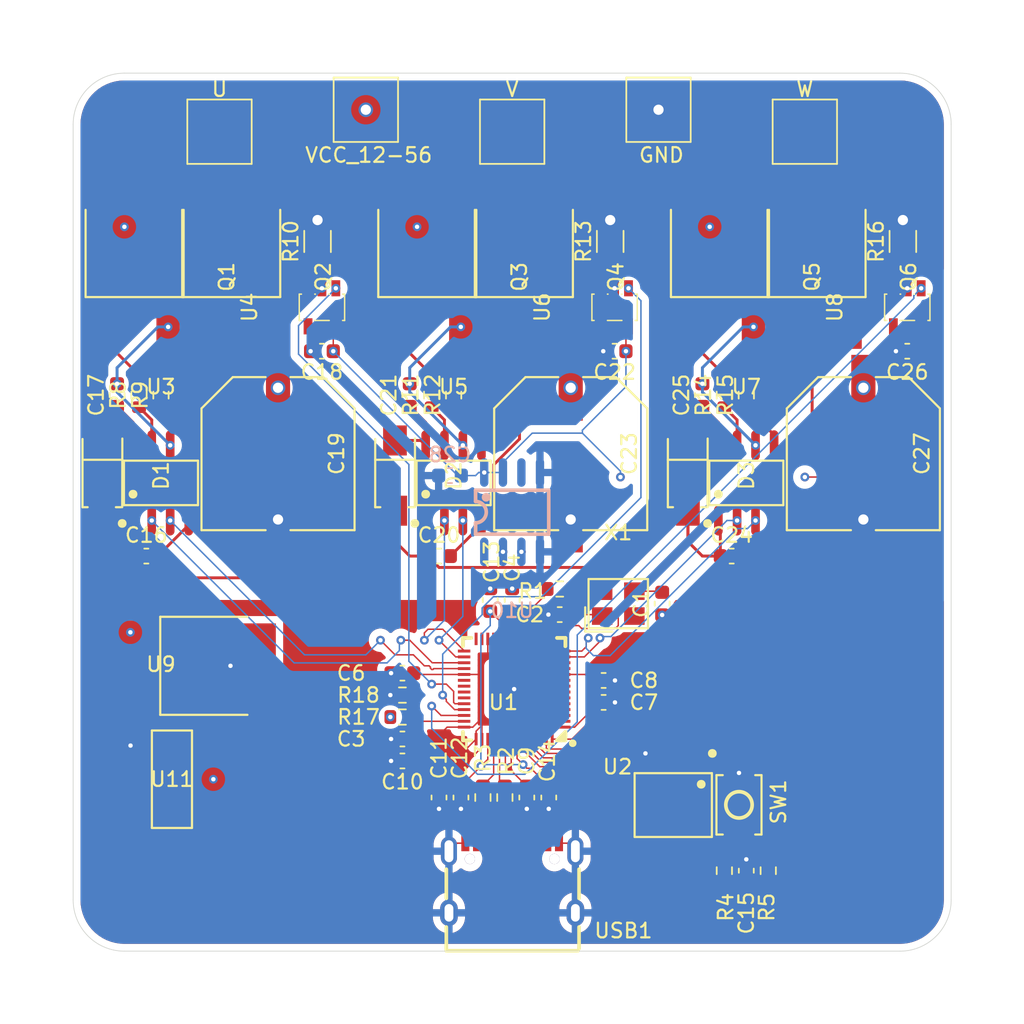
<source format=kicad_pcb>
(kicad_pcb (version 20241229) (generator "pcbnew") (generator_version "9.0")
  (layers (0 "F.Cu" signal) (4 "In1.Cu" power) (6 "In2.Cu" power) (2 "B.Cu" signal) (13 "F.Paste" user) (15 "B.Paste" user) (5 "F.SilkS" user "F.Silkscreen") (7 "B.SilkS" user "B.Silkscreen") (1 "F.Mask" user) (3 "B.Mask" user) (25 "Edge.Cuts" user))
  (net 0 "")
  (net 1 "GND")
  (net 2 "/rp2040/XIN")
  (net 3 "Net-(X1-OSC1)")
  (net 4 "+3V3")
  (net 5 "Net-(U2-VCC)")
  (net 6 "/rp2040/XOUT")
  (net 7 "Net-(USB1-DP1)")
  (net 8 "/rp2040/DP")
  (net 9 "/rp2040/DN")
  (net 10 "Net-(USB1-DN1)")
  (net 11 "Net-(R4-Pad2)")
  (net 14 "/rp2040/GPIO9")
  (net 15 "/rp2040/GPIO6")
  (net 16 "/rp2040/QSPI_SD2")
  (net 17 "/rp2040/QSPI_SCLK")
  (net 18 "/rp2040/QSPI_SD0")
  (net 19 "/rp2040/QSPI_SS")
  (net 20 "/rp2040/GPIO24")
  (net 21 "/rp2040/GPIO8")
  (net 22 "/rp2040/GPIO22")
  (net 23 "/rp2040/GPIO16")
  (net 24 "/rp2040/GPIO23")
  (net 26 "/rp2040/QSPI_SD3")
  (net 27 "/rp2040/GPIO25")
  (net 28 "/rp2040/GPIO14")
  (net 29 "/rp2040/GPIO15")
  (net 30 "/rp2040/GPIO12")
  (net 31 "/rp2040/QSPI_SD1")
  (net 32 "/rp2040/GPIO13")
  (net 33 "/rp2040/GPIO7")
  (net 34 "/rp2040/GPIO17")
  (net 42 "/rp2040/1.1V")
  (net 43 "Net-(Q2-S)")
  (net 44 "+12V")
  (net 45 "Net-(D1-C)")
  (net 46 "Net-(Q1-S)")
  (net 47 "VCC")
  (net 48 "Net-(Q4-S)")
  (net 49 "Net-(Q3-S)")
  (net 50 "Net-(D2-C)")
  (net 51 "Net-(Q6-S)")
  (net 52 "Net-(D3-C)")
  (net 53 "Net-(Q5-S)")
  (net 54 "Net-(Q1-G)")
  (net 55 "Net-(Q2-G)")
  (net 56 "Net-(Q3-G)")
  (net 57 "Net-(Q4-G)")
  (net 58 "Net-(Q5-G)")
  (net 59 "Net-(Q6-G)")
  (net 60 "Net-(U3-HO)")
  (net 61 "Net-(U3-LO)")
  (net 62 "Net-(U5-HO)")
  (net 63 "Net-(U5-LO)")
  (net 64 "Net-(U7-HO)")
  (net 65 "Net-(U7-LO)")
  (net 66 "/<NO NET>")
  (net 67 "/phasedriver U/LINN")
  (net 68 "/phasedriver V/AOUT")
  (net 69 "/phasedriver V/LINN")
  (net 70 "/phasedriver V/HIN")
  (net 71 "/phasedriver U/AOUT")
  (net 72 "/phasedriver U/HIN")
  (net 73 "/phasedriver W/AOUT")
  (net 74 "/phasedriver W/LINN")
  (net 75 "/phasedriver W/HIN")
  (net 76 "/rp2040/GPIO0")
  (net 77 "/rp2040/GPIO1")
  (net 78 "/rp2040/GPIO2")
  (net 79 "/rp2040/GPIO3")
  (net 80 "/rp2040/GPIO5")
  (net 81 "/rp2040/GPIO4")
  (net 82 "unconnected-(U10-SCL-Pad7)")
  (net 85 "unconnected-(U10-SDA-Pad6)")
  (footprint "easyeda2kicad:CAP-SMD_BD10.0-L10.3-W10.3-FD" (layer "F.Cu") (at 164 96 -90)
    (property "Reference" "C19")
    (property "Value" "RVT1J221M1010")
  )
  (footprint "easyeda2kicad:SOT-23-5_L3.0-W1.7-P0.95-LS2.8-BR" (layer "F.Cu") (at 187 86 90)
    (property "Reference" "U6")
    (property "Value" "INA180A3IDBVR")
  )
  (footprint "easyeda2kicad:SOT-23-5_L3.0-W1.7-P0.95-LS2.8-BR" (layer "F.Cu") (at 167 86 90)
    (property "Reference" "U4")
    (property "Value" "INA180A3IDBVR")
  )
  (footprint "Capacitor_SMD:C_0603_1608Metric" (layer "F.Cu") (at 186.25 111.5)
    (property "Reference" "C8")
    (property "Value" "100n")
  )
  (footprint "easyeda2kicad:TO-252-2_L6.6-W6.1-P4.57-LS9.9-BR-CW" (layer "F.Cu") (at 154.2 83.92 -90)
    (property "Reference" "Q1")
    (property "Value" "30N06_C5807887")
  )
  (footprint "TestPoint:TestPoint_Pad_4.0x4.0mm" (layer "F.Cu") (at 190 72.5)
    (property "Reference" "GND")
    (property "Value" "TestPoint")
  )
  (footprint "Resistor_SMD:R_1206_3216Metric" (layer "F.Cu") (at 186.7 81.5 90)
    (property "Reference" "R13")
    (property "Value" "1m")
  )
  (footprint "Capacitor_SMD:C_0603_1608Metric" (layer "F.Cu") (at 207 89 180)
    (property "Reference" "C26")
    (property "Value" "100n")
  )
  (footprint "easyeda2kicad:CAP-SMD_BD10.0-L10.3-W10.3-FD" (layer "F.Cu") (at 204 96 -90)
    (property "Reference" "C27")
    (property "Value" "RVT1J221M1010")
  )
  (footprint "Resistor_SMD:R_0603_1608Metric" (layer "F.Cu") (at 176 92 90)
    (property "Reference" "R12")
    (property "Value" "27R")
  )
  (footprint "Capacitor_SMD:C_0603_1608Metric" (layer "F.Cu") (at 173 92 90)
    (property "Reference" "C21")
    (property "Value" "100n")
  )
  (footprint "Capacitor_SMD:C_0603_1608Metric" (layer "F.Cu") (at 195 103)
    (property "Reference" "C24")
    (property "Value" "100n")
  )
  (footprint "Capacitor_SMD:C_0603_1608Metric" (layer "F.Cu") (at 172.5 115.5 180)
    (property "Reference" "C3")
    (property "Value" "100n")
  )
  (footprint "Resistor_SMD:R_0603_1608Metric" (layer "F.Cu") (at 196 92 90)
    (property "Reference" "R15")
    (property "Value" "27R")
  )
  (footprint "easyeda2kicad:SMA_L4.3-W2.6-LS5.0-RD" (layer "F.Cu") (at 192 97.5 -90)
    (property "Reference" "D3")
    (property "Value" "SS14_C2837270")
  )
  (footprint "easyeda2kicad:SW-SMD_L3.9-W3.0-P4.45" (layer "F.Cu") (at 195.5 120 -90)
    (property "Reference" "SW1")
    (property "Value" "TS-1088-AR02016")
  )
  (footprint "easyeda2kicad:TO-252-2_L6.6-W6.1-P4.57-LS9.9-BR-CW" (layer "F.Cu") (at 157.33 110.5 180)
    (property "Reference" "U9")
    (property "Value" "UMW78M12")
  )
  (footprint "Resistor_SMD:R_0603_1608Metric" (layer "F.Cu") (at 179.5 119.5 -90)
    (property "Reference" "R2")
    (property "Value" "27R")
  )
  (footprint "Capacitor_SMD:C_0603_1608Metric" (layer "F.Cu") (at 155 103)
    (property "Reference" "C16")
    (property "Value" "100n")
  )
  (footprint "TestPoint:TestPoint_Pad_4.0x4.0mm" (layer "F.Cu") (at 170 72.5)
    (property "Reference" "VCC_12-56")
    (property "Value" "TestPoint")
  )
  (footprint "TestPoint:TestPoint_Pad_4.0x4.0mm" (layer "F.Cu") (at 160 74)
    (property "Reference" "U")
    (property "Value" "TestPoint")
  )
  (footprint "Resistor_SMD:R_0603_1608Metric" (layer "F.Cu") (at 197.5 124.5 -90)
    (property "Reference" "R5")
    (property "Value" "10k")
  )
  (footprint "Capacitor_SMD:C_0603_1608Metric" (layer "F.Cu") (at 187 89 180)
    (property "Reference" "C22")
    (property "Value" "100n")
  )
  (footprint "easyeda2kicad:SOIC-8_L4.9-W3.9-P1.27-LS6.0-BL" (layer "F.Cu") (at 196 98)
    (property "Reference" "U7")
    (property "Value" "SLM2003ECA-DG")
  )
  (footprint "easyeda2kicad:TO-252-2_L6.6-W6.1-P4.57-LS9.9-BR-CW" (layer "F.Cu") (at 194.2 83.92 -90)
    (property "Reference" "Q5")
    (property "Value" "30N06_C5807887")
  )
  (footprint "Capacitor_SMD:C_0603_1608Metric" (layer "F.Cu") (at 186.25 113)
    (property "Reference" "C7")
    (property "Value" "100n")
  )
  (footprint "easyeda2kicad:TO-252-2_L6.6-W6.1-P4.57-LS9.9-BR-CW" (layer "F.Cu") (at 200.8 83.92 -90)
    (property "Reference" "Q6")
    (property "Value" "30N06_C5807887")
  )
  (footprint "Resistor_SMD:R_1206_3216Metric" (layer "F.Cu") (at 206.7 81.5 90)
    (property "Reference" "R16")
    (property "Value" "1m")
  )
  (footprint "easyeda2kicad:SOIC-8_L5.3-W5.3-P1.27-LS8.0-BL" (layer "F.Cu") (at 191.008 120.015 180)
    (property "Reference" "U2")
    (property "Value" "W25Q128JVSIQTR")
  )
  (footprint "Resistor_SMD:R_0603_1608Metric" (layer "F.Cu") (at 178 119.5 -90)
    (property "Reference" "R3")
    (property "Value" "27R")
  )
  (footprint "easyeda2kicad:TO-252-2_L6.6-W6.1-P4.57-LS9.9-BR-CW" (layer "F.Cu") (at 160.8 83.92 -90)
    (property "Reference" "Q2")
    (property "Value" "30N06_C5807887")
  )
  (footprint "easyeda2kicad:USB-C-SMD_TYPE-C-6PIN-2MD-073" (layer "F.Cu") (at 180 125)
    (property "Reference" "USB1")
    (property "Value" "TYPE-C 16PIN 2MD(073)")
  )
  (footprint "easyeda2kicad:SOIC-8_L4.9-W3.9-P1.27-LS6.0-BL" (layer "F.Cu") (at 176 98)
    (property "Reference" "U5")
    (property "Value" "SLM2003ECA-DG")
  )
  (footprint "Capacitor_SMD:C_0603_1608Metric" (layer "F.Cu") (at 196 124.5 90)
    (property "Reference" "C15")
    (property "Value" "100n")
  )
  (footprint "easyeda2kicad:CRYSTAL-SMD_4P-L3.2-W2.5-BL" (layer "F.Cu") (at 187.25 106.25)
    (property "Reference" "X1")
    (property "Value" "X322512MSB4SI")
  )
  (footprint "Capacitor_SMD:C_0603_1608Metric" (layer "F.Cu") (at 193 92 90)
    (property "Reference" "C25")
    (property "Value" "100n")
  )
  (footprint "TestPoint:TestPoint_Pad_4.0x4.0mm" (layer "F.Cu") (at 180 74)
    (property "Reference" "V")
    (property "Value" "TestPoint")
  )
  (footprint "TestPoint:TestPoint_Pad_4.0x4.0mm" (layer "F.Cu") (at 200 74)
    (property "Reference" "W")
    (property "Value" "TestPoint")
  )
  (footprint "Capacitor_SMD:C_0603_1608Metric" (layer "F.Cu") (at 178.5 106 90)
    (property "Reference" "C13")
    (property "Value" "100n")
  )
  (footprint "easyeda2kicad:TO-252-2_L6.6-W6.1-P4.57-LS9.9-BR-CW" (layer "F.Cu") (at 174.2 83.92 -90)
    (property "Reference" "Q3")
    (property "Value" "30N06_C5807887")
  )
  (footprint "Resistor_SMD:R_0603_1608Metric" (layer "F.Cu") (at 174.5 92 90)
    (property "Reference" "R11")
    (property "Value" "27R")
  )
  (footprint "easyeda2kicad:SOT-23-5_L3.0-W1.7-P0.95-LS2.8-BR" (layer "F.Cu") (at 207 86 90)
    (property "Reference" "U8")
    (property "Value" "INA180A3IDBVR")
  )
  (footprint "Resistor_SMD:R_0603_1608Metric" (layer "F.Cu") (at 156 92 90)
    (property "Reference" "R9")
    (property "Value" "27R")
  )
  (footprint "Resistor_SMD:R_0603_1608Metric" (layer "F.Cu") (at 194.5 92 90)
    (property "Reference" "R14")
    (property "Value" "27R")
  )
  (footprint "easyeda2kicad:SOIC-8_L4.9-W3.9-P1.27-LS6.0-BL" (layer "F.Cu") (at 156 98)
    (property "Reference" "U3")
    (property "Value" "SLM2003ECA-DG")
  )
  (footprint "Capacitor_SMD:C_0603_1608Metric" (layer "F.Cu") (at 180 106 90)
    (property "Reference" "C4")
    (property "Value" "100n")
  )
  (footprint "easyeda2kicad:CAP-SMD_BD10.0-L10.3-W10.3-FD" (layer "F.Cu") (at 184 96 -90)
    (property "Reference" "C23")
    (property "Value" "RVT1J221M1010")
  )
  (footprint "Capacitor_SMD:C_0603_1608Metric" (layer "F.Cu") (at 175 119.5 -90)
    (property "Reference" "C11")
    (property "Value" "1u")
  )
  (footprint "Capacitor_SMD:C_0603_1608Metric" (layer "F.Cu") (at 182.5 119.5 -90)
    (property "Reference" "C14")
    (property "Value" "100n")
  )
  (footprint "easyeda2kicad:TO-252-2_L6.6-W6.1-P4.57-LS9.9-BR-CW" (layer "F.Cu") (at 180.8 83.92 -90)
    (property "Reference" "Q4")
    (property "Value" "30N06_C5807887")
  )
  (footprint "easyeda2kicad:SMA_L4.3-W2.6-LS5.0-RD" (layer "F.Cu") (at 172 97.5 -90)
    (property "Reference" "D2")
    (property "Value" "SS14_C2837270")
  )
  (footprint "easyeda2kicad:LQFN-56_L7.0-W7.0-P0.4-EP" (layer "F.Cu") (at 180.135 112.091 180)
    (property "Reference" "U1")
    (property "Value" "RP2040")
  )
  (footprint "Resistor_SMD:R_0603_1608Metric" (layer "F.Cu") (at 172.5 112.5 180)
    (property "Reference" "R18")
    (property "Value" "1k")
  )
  (footprint "Resistor_SMD:R_0603_1608Metric" (layer "F.Cu") (at 154.5 92 90)
    (property "Reference" "R8")
    (property "Value" "27R")
  )
  (footprint "Capacitor_SMD:C_0603_1608Metric" (layer "F.Cu") (at 183.25 107)
    (property "Reference" "C2")
    (property "Value" "30p")
  )
  (footprint "Capacitor_SMD:C_0603_1608Metric" (layer "F.Cu") (at 175 103)
    (property "Reference" "C20")
    (property "Value" "100n")
  )
  (footprint "Capacitor_SMD:C_0603_1608Metric" (layer "F.Cu") (at 167 89 180)
    (property "Reference" "C18")
    (property "Value" "100n")
  )
  (footprint "Resistor_SMD:R_0603_1608Metric" (layer "F.Cu") (at 183.25 105.25 180)
    (property "Reference" "R1")
    (property "Value" "1k")
  )
  (footprint "easyeda2kicad:SOT-223-4_L6.5-W3.5-P2.30-LS7.0-BR" (layer "F.Cu") (at 156.75 118.25 180)
    (property "Reference" "U11")
    (property "Value" "AMS1117-3.3_C347222")
  )
  (footprint "Capacitor_SMD:C_0603_1608Metric" (layer "F.Cu") (at 181 119.5 -90)
    (property "Reference" "C9")
    (property "Value" "100n")
  )
  (footprint "easyeda2kicad:SMA_L4.3-W2.6-LS5.0-RD" (layer "F.Cu") (at 152 97.5 -90)
    (property "Reference" "D1")
    (property "Value" "SS14_C2837270")
  )
  (footprint "Resistor_SMD:R_1206_3216Metric" (layer "F.Cu") (at 166.7 81.5 90)
    (property "Reference" "R10")
    (property "Value" "1m")
  )
  (footprint "Capacitor_SMD:C_0603_1608Metric" (layer "F.Cu") (at 153 92 90)
    (property "Reference" "C17")
    (property "Value" "100n")
  )
  (footprint "Capacitor_SMD:C_0603_1608Metric" (layer "F.Cu") (at 176.5 119.5 -90)
    (property "Reference" "C12")
    (property "Value" "1u")
  )
  (footprint "Capacitor_SMD:C_0603_1608Metric" (layer "F.Cu") (at 172.5 117 180)
    (property "Reference" "C10")
    (property "Value" "100n")
  )
  (footprint "Resistor_SMD:R_0603_1608Metric" (layer "F.Cu") (at 194.5 124.5 90)
    (property "Reference" "R4")
    (property "Value" "1k")
  )
  (footprint "Capacitor_SMD:C_0603_1608Metric" (layer "F.Cu") (at 190.25 106.25 90)
    (property "Reference" "C1")
    (property "Value" "30p")
  )
  (footprint "Capacitor_SMD:C_0603_1608Metric" (layer "F.Cu") (at 172.5 111 180)
    (property "Reference" "C6")
    (property "Value" "100n")
  )
  (footprint "Resistor_SMD:R_0603_1608Metric" (layer "F.Cu") (at 172.5 114)
    (property "Reference" "R17")
    (property "Value" "20k")
  )
  (footprint "easyeda2kicad:SOIC-8_L5.0-W4.0-P1.27-LS6.0-BL" (layer "B.Cu") (at 180 100)
    (property "Reference" "U10")
    (property "Value" "AS5600-ASOT")
  )
  (footprint "Capacitor_SMD:C_0603_1608Metric" (layer "B.Cu") (at 175.75 97.5 180)
    (property "Reference" "C28")
    (property "Value" "100n")
  )
  (gr_line (start 150 126.5) (end 150 73.5) (stroke (width 0.05)) (layer "Edge.Cuts"))
  (gr_arc (start 206.5 70) (mid 208.974874 71.025126) (end 210 73.5) (stroke (width 0.05)) (layer "Edge.Cuts"))
  (gr_arc (start 153.5 130) (mid 151.025126 128.974874) (end 150 126.5) (stroke (width 0.05)) (layer "Edge.Cuts"))
  (gr_line (start 210 73.5) (end 210 126.5) (stroke (width 0.05)) (layer "Edge.Cuts"))
  (gr_line (start 206.5 70) (end 153.5 70) (stroke (width 0.05)) (layer "Edge.Cuts"))
  (gr_line (start 206.5 130) (end 153.5 130) (stroke (width 0.05)) (layer "Edge.Cuts"))
  (gr_arc (start 150 73.5) (mid 151.025126 71.025126) (end 153.5 70) (stroke (width 0.05)) (layer "Edge.Cuts"))
  (gr_arc (start 210 126.5) (mid 208.974874 128.974874) (end 206.5 130) (stroke (width 0.05)) (layer "Edge.Cuts"))
  (segment (start 166.05 88.6) (end 166.05 87.3) (width 0.1) (layer "F.Cu") (net 1))
  (segment (start 206.05 88.6) (end 206.05 87.3) (width 0.1) (layer "F.Cu") (net 1))
  (segment (start 206.225 89) (end 206.225 88.775) (width 0.1) (layer "F.Cu") (net 1))
  (segment (start 206.225 88.775) (end 206.05 88.6) (width 0.1) (layer "F.Cu") (net 1))
  (segment (start 186.05 88.6) (end 186.05 87.3) (width 0.1) (layer "F.Cu") (net 1))
  (segment (start 186.225 89) (end 186.225 88.775) (width 0.1) (layer "F.Cu") (net 1))
  (segment (start 183.2 122.62) (end 183.77 122.62) (width 0.1) (layer "F.Cu") (net 1))
  (segment (start 176.8 122.62) (end 176.23 122.62) (width 0.1) (layer "F.Cu") (net 1))
  (segment (start 181.135 108.661) (end 181.135 111.091) (width 0.1) (layer "F.Cu") (net 1))
  (segment (start 181.135 111.091) (end 180.238 111.988) (width 0.1) (layer "F.Cu") (net 1))
  (segment (start 176.23 122.62) (end 175.68 123.17) (width 0.1) (layer "F.Cu") (net 1))
  (segment (start 166.225 88.775) (end 166.05 88.6) (width 0.1) (layer "F.Cu") (net 1))
  (segment (start 166.225 89) (end 166.225 88.775) (width 0.1) (layer "F.Cu") (net 1))
  (segment (start 183.77 122.62) (end 184.32 123.17) (width 0.1) (layer "F.Cu") (net 1))
  (segment (start 180.238 111.988) (end 180.135 112.091) (width 0.1) (layer "F.Cu") (net 1))
  (segment (start 186.225 88.775) (end 186.05 88.6) (width 0.1) (layer "F.Cu") (net 1))
  (via (at 189.108 116.485) (size 0.6) (drill 0.3) (layers "F.Cu" "B.Cu") (net 1))
  (via (at 182.475 107) (size 0.6) (drill 0.3) (layers "F.Cu" "B.Cu") (net 1))
  (via (at 190 72.5) (size 1) (drill 0.7) (layers "F.Cu" "B.Cu") (net 1))
  (via (at 184 100.5) (size 1) (drill 0.7) (layers "F.Cu" "B.Cu") (net 1))
  (via (at 187.025 111.5) (size 0.6) (drill 0.3) (layers "F.Cu" "B.Cu") (net 1))
  (via (at 186.225 89) (size 0.6) (drill 0.3) (layers "F.Cu" "B.Cu") (net 1))
  (via (at 207 84.7) (size 0.6) (drill 0.3) (layers "F.Cu" "B.Cu") (net 1))
  (via (at 195.5 117.82) (size 0.6) (drill 0.3) (layers "F.Cu" "B.Cu") (net 1))
  (via (at 196 123.725) (size 0.6) (drill 0.3) (layers "F.Cu" "B.Cu") (net 1))
  (via (at 204 100.5) (size 1) (drill 0.7) (layers "F.Cu" "B.Cu") (net 1))
  (via (at 175 120.275) (size 0.6) (drill 0.3) (layers "F.Cu" "B.Cu") (net 1))
  (via (at 167 84.7) (size 0.6) (drill 0.3) (layers "F.Cu" "B.Cu") (net 1))
  (via (at 190.25 107.025) (size 0.6) (drill 0.3) (layers "F.Cu" "B.Cu") (net 1))
  (via (at 171.675 112.5) (size 0.6) (drill 0.3) (layers "F.Cu" "B.Cu") (net 1))
  (via (at 171.725 111) (size 0.6) (drill 0.3) (layers "F.Cu" "B.Cu") (net 1))
  (via (at 171.725 115.5) (size 0.6) (drill 0.3) (layers "F.Cu" "B.Cu") (net 1))
  (via (at 160.75 110.5) (size 0.6) (drill 0.3) (layers "F.Cu" "B.Cu") (net 1))
  (via (at 180 105.225) (size 0.6) (drill 0.3) (layers "F.Cu" "B.Cu") (net 1))
  (via (at 164 100.5) (size 1) (drill 0.7) (layers "F.Cu" "B.Cu") (net 1))
  (via (at 171.725 117) (size 0.6) (drill 0.3) (layers "F.Cu" "B.Cu") (net 1))
  (via (at 186.7 80.0375) (size 1) (drill 0.7) (layers "F.Cu" "B.Cu") (net 1))
  (via (at 182.5 120.275) (size 0.6) (drill 0.3) (layers "F.Cu" "B.Cu") (net 1))
  (via (at 206.7 80.0375) (size 1) (drill 0.7) (layers "F.Cu" "B.Cu") (net 1))
  (via (at 166.225 89) (size 0.6) (drill 0.3) (layers "F.Cu" "B.Cu") (net 1))
  (via (at 206.225 89) (size 0.6) (drill 0.3) (layers "F.Cu" "B.Cu") (net 1))
  (via (at 180.135 112.091) (size 0.6) (drill 0.3) (layers "F.Cu" "B.Cu") (net 1))
  (via (at 181 120.275) (size 0.6) (drill 0.3) (layers "F.Cu" "B.Cu") (net 1))
  (via (at 178.5 105.225) (size 0.6) (drill 0.3) (layers "F.Cu" "B.Cu") (net 1))
  (via (at 166.7 80.0375) (size 1) (drill 0.7) (layers "F.Cu" "B.Cu") (net 1))
  (via (at 187.025 113) (size 0.6) (drill 0.3) (layers "F.Cu" "B.Cu") (net 1))
  (via (at 153.92 115.95) (size 0.6) (drill 0.3) (layers "F.Cu" "B.Cu") (net 1))
  (via (at 176.5 120.275) (size 0.6) (drill 0.3) (layers "F.Cu" "B.Cu") (net 1))
  (via (at 187 84.7) (size 0.6) (drill 0.3) (layers "F.Cu" "B.Cu") (net 1))
  (segment (start 181 107.75) (end 184.551 107.75) (width 0.1) (layer "F.Cu") (net 2))
  (segment (start 184.551 107.75) (end 184.752 107.951) (width 0.1) (layer "F.Cu") (net 2))
  (segment (start 184.752 107.951) (end 186.951 107.951) (width 0.1) (layer "F.Cu") (net 2))
  (segment (start 187.101 107.898) (end 187.25 107.749) (width 0.1) (layer "F.Cu") (net 2))
  (segment (start 188.35 105.4) (end 189.925 105.4) (width 0.1) (layer "F.Cu") (net 2))
  (segment (start 186.951 107.951) (end 187.001 107.901) (width 0.1) (layer "F.Cu") (net 2))
  (segment (start 187.101 107.901) (end 187.101 107.898) (width 0.1) (layer "F.Cu") (net 2))
  (segment (start 180.735 108.661) (end 180.735 108.015) (width 0.1) (layer "F.Cu") (net 2))
  (segment (start 180.735 108.015) (end 181 107.75) (width 0.1) (layer "F.Cu") (net 2))
  (segment (start 187.25 106.5) (end 188.35 105.4) (width 0.1) (layer "F.Cu") (net 2))
  (segment (start 187.25 107.749) (end 187.25 106.5) (width 0.1) (layer "F.Cu") (net 2))
  (segment (start 189.925 105.4) (end 190 105.475) (width 0.1) (layer "F.Cu") (net 2))
  (segment (start 187.001 107.901) (end 187.101 107.901) (width 0.1) (layer "F.Cu") (net 2))
  (segment (start 184.025 107) (end 186.05 107) (width 0.1) (layer "F.Cu") (net 3))
  (segment (start 186.05 107) (end 186.15 107.1) (width 0.1) (layer "F.Cu") (net 3))
  (segment (start 184.075 106.95) (end 184.025 107) (width 0.1) (layer "F.Cu") (net 3))
  (segment (start 184.075 105.25) (end 184.075 106.95) (width 0.1) (layer "F.Cu") (net 3))
  (segment (start 178.335 109.665) (end 178.25 109.75) (width 0.1) (layer "F.Cu") (net 4))
  (segment (start 182.659 111.091) (end 182.5 111.25) (width 0.1) (layer "F.Cu") (net 4))
  (segment (start 184.992 111.091) (end 183.555 111.091) (width 0.1) (layer "F.Cu") (net 4))
  (segment (start 179.935 117.66) (end 179.535 117.26) (width 0.1) (layer "F.Cu") (net 4))
  (segment (start 181 118.725) (end 180.299 119.426) (width 0.1) (layer "F.Cu") (net 4))
  (segment (start 180.299 119.426) (end 175.701 119.426) (width 0.1) (layer "F.Cu") (net 4))
  (segment (start 181 118.725) (end 179.935 117.66) (width 0.1) (layer "F.Cu") (net 4))
  (segment (start 182.263 114.5) (end 182.5 114.263) (width 0.1) (layer "F.Cu") (net 4))
  (segment (start 179.935 108.661) (end 179.935 106.84) (width 0.1) (layer "F.Cu") (net 4))
  (segment (start 182.5 114.263) (end 182.5 114) (width 0.1) (layer "F.Cu") (net 4))
  (segment (start 179.535 117.26) (end 179.535 115.511) (width 0.1) (layer "F.Cu") (net 4))
  (segment (start 175 118.725) (end 175.275 118.725) (width 0.1) (layer "F.Cu") (net 4))
  (segment (start 182.5 111.25) (end 182.5 110) (width 0.1) (layer "F.Cu") (net 4))
  (segment (start 173.275 115.5) (end 174.75 115.5) (width 0.1) (layer "F.Cu") (net 4))
  (segment (start 174.75 115.5) (end 175.559 114.691) (width 0.1) (layer "F.Cu") (net 4))
  (segment (start 180 109.75) (end 180.5 109.75) (width 0.1) (layer "F.Cu") (net 4))
  (segment (start 207.775 87.475) (end 207.95 87.3) (width 0.1) (layer "F.Cu") (net 4))
  (segment (start 177.75 114.25) (end 178 114.5) (width 0.1) (layer "F.Cu") (net 4))
  (segment (start 175.701 119.426) (end 175 118.725) (width 0.1) (layer "F.Cu") (net 4))
  (segment (start 182.5 110) (end 182.25 109.75) (width 0.1) (layer "F.Cu") (net 4))
  (segment (start 167.775 89) (end 167.775 87.475) (width 0.1) (layer "F.Cu") (net 4))
  (segment (start 185.475 113.483) (end 184.267 114.691) (width 0.1) (layer "F.Cu") (net 4))
  (segment (start 200 97.6) (end 204.8 97.6) (width 0.1) (layer "F.Cu") (net 4))
  (segment (start 182.25 109.75) (end 181.75 109.75) (width 0.1) (layer "F.Cu") (net 4))
  (segment (start 179.935 106.84) (end 180 106.775) (width 0.1) (layer "F.Cu") (net 4))
  (segment (start 207.775 94.625) (end 207.775 89) (width 0.1) (layer "F.Cu") (net 4))
  (segment (start 179.935 114.635) (end 179.8 114.5) (width 0.1) (layer "F.Cu") (net 4))
  (segment (start 182.928 114.691) (end 182.5 114.263) (width 0.1) (layer "F.Cu") (net 4))
  (segment (start 207.775 89) (end 207.775 87.475) (width 0.1) (layer "F.Cu") (net 4))
  (segment (start 179.535 114.635) (end 179.4 114.5) (width 0.1) (layer "F.Cu") (net 4))
  (segment (start 187.775 89) (end 187.775 87.475) (width 0.1) (layer "F.Cu") (net 4))
  (segment (start 177.935 115.511) (end 177.935 114.565) (width 0.1) (layer "F.Cu") (net 4))
  (segment (start 187.775 87.475) (end 187.95 87.3) (width 0.1) (layer "F.Cu") (net 4))
  (segment (start 177.75 110) (end 177.75 114.25) (width 0.1) (layer "F.Cu") (net 4))
  (segment (start 179.935 117.66) (end 179.935 115.511) (width 0.1) (layer "F.Cu") (net 4))
  (segment (start 173.366 111.091) (end 176.715 111.091) (width 0.1) (layer "F.Cu") (net 4))
  (segment (start 179.535 115.511) (end 179.535 114.635) (width 0.1) (layer "F.Cu") (net 4))
  (segment (start 185.475 113) (end 185.475 113.483) (width 0.1) (layer "F.Cu") (net 4))
  (segment (start 179.4 114.5) (end 179.8 114.5) (width 0.1) (layer "F.Cu") (net 4))
  (segment (start 177.935 114.565) (end 178 114.5) (width 0.1) (layer "F.Cu") (net 4))
  (segment (start 178 114.5) (end 179.151 114.5) (width 0.1) (layer "F.Cu") (net 4))
  (segment (start 179.935 108.661) (end 179.935 109.685) (width 0.1) (layer "F.Cu") (net 4))
  (segment (start 176.046 117) (end 177.535 115.511) (width 0.1) (layer "F.Cu") (net 4))
  (segment (start 182.5 114) (end 182.5 111.25) (width 0.1) (layer "F.Cu") (net 4))
  (segment (start 176.715 111.091) (end 176.764 111.042) (width 0.1) (layer "F.Cu") (net 4))
  (segment (start 185.661 111.76) (end 184.992 111.091) (width 0.1) (layer "F.Cu") (net 4))
  (segment (start 167.775 87.475) (end 167.95 87.3) (width 0.1) (layer "F.Cu") (net 4))
  (segment (start 179.935 115.511) (end 179.935 114.635) (width 0.1) (layer "F.Cu") (net 4))
  (segment (start 183.555 114.691) (end 182.928 114.691) (width 0.1) (layer "F.Cu") (net 4))
  (segment (start 178.335 108.661) (end 178.335 109.665) (width 0.1) (layer "F.Cu") (net 4))
  (segment (start 177.535 116.465) (end 177.935 116.065) (width 0.1) (layer "F.Cu") (net 4))
  (segment (start 176.715 111.091) (end 177.659 111.091) (width 0.1) (layer "F.Cu") (net 4))
  (segment (start 177.75 111) (end 177.75 110) (width 0.1) (layer "F.Cu") (net 4))
  (segment (start 173.275 111) (end 173.366 111.091) (width 0.1) (layer "F.Cu") (net 4))
  (segment (start 173.275 117) (end 176.046 117) (width 0.1) (layer "F.Cu") (net 4))
  (segment (start 178.25 109.75) (end 180 109.75) (width 0.1) (layer "F.Cu") (net 4))
  (segment (start 175.559 114.691) (end 176.715 114.691) (width 0.1) (layer "F.Cu") (net 4))
  (segment (start 177.309 114.691) (end 177.75 114.25) (width 0.1) (layer "F.Cu") (net 4))
  (segment (start 179.151 114.5) (end 179.4 114.5) (width 0.1) (layer "F.Cu") (net 4))
  (segment (start 177.935 116.065) (end 177.935 115.511) (width 0.1) (layer "F.Cu") (net 4))
  (segment (start 177.659 111.091) (end 177.75 111) (width 0.1) (layer "F.Cu") (net 4))
  (segment (start 177.75 110) (end 178 109.75) (width 0.1) (layer "F.Cu") (net 4))
  (segment (start 179.935 109.685) (end 180 109.75) (width 0.1) (layer "F.Cu") (net 4))
  (segment (start 176.715 114.691) (end 177.309 114.691) (width 0.1) (layer "F.Cu") (net 4))
  (segment (start 177.935 114.565) (end 177.535 114.965) (width 0.1) (layer "F.Cu") (net 4))
  (segment (start 177.535 114.965) (end 177.535 115.511) (width 0.1) (layer "F.Cu") (net 4))
  (segment (start 179.8 114.5) (end 182.263 114.5) (width 0.1) (layer "F.Cu") (net 4))
  (segment (start 178 109.75) (end 178.25 109.75) (width 0.1) (layer "F.Cu") (net 4))
  (segment (start 175.275 118.725) (end 177.535 116.465) (width 0.1) (layer "F.Cu") (net 4))
  (segment (start 184.267 114.691) (end 183.555 114.691) (width 0.1) (layer "F.Cu") (net 4))
  (segment (start 204.8 97.6) (end 207.775 94.625) (width 0.1) (layer "F.Cu") (net 4))
  (segment (start 183.555 111.091) (end 182.659 111.091) (width 0.1) (layer "F.Cu") (net 4))
  (via (at 200 97.6) (size 0.6) (drill 0.3) (layers "F.Cu" "B.Cu") (net 4))
  (via (at 159.58 118.25) (size 0.6) (drill 0.3) (layers "F.Cu" "B.Cu") (net 4))
  (via (at 167.775 89) (size 0.6) (drill 0.3) (layers "F.Cu" "B.Cu") (net 4))
  (via (at 187.4 97.6) (size 0.6) (drill 0.3) (layers "F.Cu" "B.Cu") (net 4))
  (via (at 178.09 97.29) (size 0.6) (drill 0.3) (layers "F.Cu" "B.Cu") (net 4))
  (via (at 187.775 89) (size 0.6) (drill 0.3) (layers "F.Cu" "B.Cu") (net 4))
  (segment (start 178.09 97.29) (end 179.37 97.29) (width 0.1) (layer "B.Cu") (net 4))
  (segment (start 177.71 97.29) (end 177.5 97.5) (width 0.1) (layer "B.Cu") (net 4))
  (segment (start 176.275 97.5) (end 167.775 89) (width 0.1) (layer "B.Cu") (net 4))
  (segment (start 184.8 94.6) (end 184.8 94.4) (width 0.1) (layer "B.Cu") (net 4))
  (segment (start 176.525 97.5) (end 176.275 97.5) (width 0.1) (layer "B.Cu") (net 4))
  (segment (start 178.09 97.29) (end 177.71 97.29) (width 0.1) (layer "B.Cu") (net 4))
  (segment (start 187.4 97.2) (end 187.4 97.6) (width 0.1) (layer "B.Cu") (net 4))
  (segment (start 184.8 94.4) (end 187.775 91.425) (width 0.1) (layer "B.Cu") (net 4))
  (segment (start 184.8 94.6) (end 187.4 97.2) (width 0.1) (layer "B.Cu") (net 4))
  (segment (start 181.37 94.6) (end 184.8 94.6) (width 0.1) (layer "B.Cu") (net 4))
  (segment (start 187.775 91.425) (end 187.775 89) (width 0.1) (layer "B.Cu") (net 4))
  (segment (start 177.5 97.5) (end 176.525 97.5) (width 0.1) (layer "B.Cu") (net 4))
  (segment (start 179.37 97.29) (end 179.37 96.6) (width 0.1) (layer "B.Cu") (net 4))
  (segment (start 179.37 96.6) (end 181.37 94.6) (width 0.1) (layer "B.Cu") (net 4))
  (segment (start 197.45 125.275) (end 197.5 125.325) (width 0.1) (layer "F.Cu") (net 5))
  (segment (start 193.825 125.325) (end 192.918 124.418) (width 0.1) (layer "F.Cu") (net 5))
  (segment (start 194.5 125.325) (end 193.825 125.325) (width 0.1) (layer "F.Cu") (net 5))
  (segment (start 194.5 125.325) (end 195.95 125.325) (width 0.1) (layer "F.Cu") (net 5))
  (segment (start 196 125.275) (end 197.45 125.275) (width 0.1) (layer "F.Cu") (net 5))
  (segment (start 195.95 125.325) (end 196 125.275) (width 0.1) (layer "F.Cu") (net 5))
  (segment (start 192.918 124.418) (end 192.918 123.545) (width 0.1) (layer "F.Cu") (net 5))
  (segment (start 180.335 108.661) (end 180.335 107.5944) (width 0.1) (layer "F.Cu") (net 6))
  (segment (start 182.425 105.5044) (end 182.425 105.25) (width 0.1) (layer "F.Cu") (net 6))
  (segment (start 180.335 107.5944) (end 182.425 105.5044) (width 0.1) (layer "F.Cu") (net 6))
  (segment (start 179.75 120.575) (end 179.5 120.325) (width 0.1) (layer "F.Cu") (net 7))
  (segment (start 180.651 121.819) (end 179.849 121.819) (width 0.1) (layer "F.Cu") (net 7))
  (segment (start 179.849 121.819) (end 179.75 121.918) (width 0.1) (layer "F.Cu") (net 7))
  (segment (start 180.75 122.62) (end 180.75 121.918) (width 0.1) (layer "F.Cu") (net 7))
  (segment (start 179.75 122.62) (end 179.75 120.575) (width 0.1) (layer "F.Cu") (net 7))
  (segment (start 179.75 121.918) (end 179.75 122.62) (width 0.1) (layer "F.Cu") (net 7))
  (segment (start 180.75 121.918) (end 180.651 121.819) (width 0.1) (layer "F.Cu") (net 7))
  (segment (start 179.135 118.31) (end 179.135 115.511) (width 0.1) (layer "F.Cu") (net 8))
  (segment (start 179.5 118.675) (end 179.135 118.31) (width 0.1) (layer "F.Cu") (net 8))
  (segment (start 178.735 117.94) (end 178.735 115.511) (width 0.1) (layer "F.Cu") (net 9))
  (segment (start 178 118.675) (end 178.735 117.94) (width 0.1) (layer "F.Cu") (net 9))
  (segment (start 179.25 123.322) (end 179.25 122.62) (width 0.1) (layer "F.Cu") (net 10))
  (segment (start 180.151 123.421) (end 179.349 123.421) (width 0.1) (layer "F.Cu") (net 10))
  (segment (start 180.25 122.62) (end 180.25 123.322) (width 0.1) (layer "F.Cu") (net 10))
  (segment (start 180.25 123.322) (end 180.151 123.421) (width 0.1) (layer "F.Cu") (net 10))
  (segment (start 179.25 122.62) (end 179.25 121.575) (width 0.1) (layer "F.Cu") (net 10))
  (segment (start 179.25 121.575) (end 178 120.325) (width 0.1) (layer "F.Cu") (net 10))
  (segment (start 179.349 123.421) (end 179.25 123.322) (width 0.1) (layer "F.Cu") (net 10))
  (segment (start 194.5 123.675) (end 194.5 123.18) (width 0.1) (layer "F.Cu") (net 11))
  (segment (start 194.5 123.18) (end 195.5 122.18) (width 0.1) (layer "F.Cu") (net 11))
  (segment (start 181.935 115.511) (end 181.935 116.163678) (width 0.1) (layer "F.Cu") (net 16))
  (segment (start 190.378 115.194) (end 190.378 116.485) (width 0.1) (layer "F.Cu") (net 16))
  (segment (start 181.935 116.163678) (end 182.259322 116.488) (width 0.1) (layer "F.Cu") (net 16))
  (segment (start 185.415356 115.029) (end 190.213 115.029) (width 0.1) (layer "F.Cu") (net 16))
  (segment (start 190.213 115.029) (end 190.378 115.194) (width 0.1) (layer "F.Cu") (net 16))
  (segment (start 183.956356 116.488) (end 185.415356 115.029) (width 0.1) (layer "F.Cu") (net 16))
  (segment (start 182.259322 116.488) (end 183.956356 116.488) (width 0.1) (layer "F.Cu") (net 16))
  (segment (start 184.736322 117.09) (end 187.96 120.313678) (width 0.1) (layer "F.Cu") (net 17))
  (segment (start 188.873555 124.921) (end 190.166 124.921) (width 0.1) (layer "F.Cu") (net 17))
  (segment (start 181.135 116.215034) (end 182.009966 117.09) (width 0.1) (layer "F.Cu") (net 17))
  (segment (start 182.009966 117.09) (end 184.736322 117.09) (width 0.1) (layer "F.Cu") (net 17))
  (segment (start 187.96 124.007445) (end 188.873555 124.921) (width 0.1) (layer "F.Cu") (net 17))
  (segment (start 181.135 115.511) (end 181.135 116.215034) (width 0.1) (layer "F.Cu") (net 17))
  (segment (start 187.96 120.313678) (end 187.96 124.007445) (width 0.1) (layer "F.Cu") (net 17))
  (segment (start 190.166 124.921) (end 190.378 124.709) (width 0.1) (layer "F.Cu") (net 17))
  (segment (start 190.378 124.709) (end 190.378 123.545) (width 0.1) (layer "F.Cu") (net 17))
  (segment (start 181.535 115.511) (end 181.535 116.189356) (width 0.1) (layer "F.Cu") (net 18))
  (segment (start 181.535 116.189356) (end 182.134644 116.789) (width 0.1) (layer "F.Cu") (net 18))
  (segment (start 182.134644 116.789) (end 184.861 116.789) (width 0.1) (layer "F.Cu") (net 18))
  (segment (start 184.861 116.789) (end 189.186 121.114) (width 0.1) (layer "F.Cu") (net 18))
  (segment (start 189.186 121.114) (end 189.186 123.545) (width 0.1) (layer "F.Cu") (net 18))
  (segment (start 185.166 114.427) (end 192.278 114.427) (width 0.1) (layer "F.Cu") (net 19))
  (segment (start 182.735 115.511) (end 184.082 115.511) (width 0.1) (layer "F.Cu") (net 19))
  (segment (start 184.082 115.511) (end 185.166 114.427) (width 0.1) (layer "F.Cu") (net 19))
  (segment (start 192.278 114.427) (end 192.918 115.067) (width 0.1) (layer "F.Cu") (net 19))
  (segment (start 192.918 115.067) (end 192.918 116.485) (width 0.1) (layer "F.Cu") (net 19))
  (segment (start 190.556 125.222) (end 191.638 124.14) (width 0.1) (layer "F.Cu") (net 26))
  (segment (start 184.574 117.391) (end 187.659 120.476) (width 0.1) (layer "F.Cu") (net 26))
  (segment (start 180.735 115.511) (end 180.735 116.240712) (width 0.1) (layer "F.Cu") (net 26))
  (segment (start 187.659 120.476) (end 187.659 124.132123) (width 0.1) (layer "F.Cu") (net 26))
  (segment (start 180.735 116.240712) (end 181.885288 117.391) (width 0.1) (layer "F.Cu") (net 26))
  (segment (start 187.659 124.132123) (end 188.748877 125.222) (width 0.1) (layer "F.Cu") (net 26))
  (segment (start 188.748877 125.222) (end 190.556 125.222) (width 0.1) (layer "F.Cu") (net 26))
  (segment (start 191.638 124.14) (end 191.638 123.545) (width 0.1) (layer "F.Cu") (net 26))
  (segment (start 181.885288 117.391) (end 184.574 117.391) (width 0.1) (layer "F.Cu") (net 26))
  (segment (start 183.831678 116.187) (end 185.290678 114.728) (width 0.1) (layer "F.Cu") (net 31))
  (segment (start 191.638 115.184) (end 191.638 116.485) (width 0.1) (layer "F.Cu") (net 31))
  (segment (start 185.290678 114.728) (end 191.182 114.728) (width 0.1) (layer "F.Cu") (net 31))
  (segment (start 182.384 116.187) (end 183.831678 116.187) (width 0.1) (layer "F.Cu") (net 31))
  (segment (start 191.182 114.728) (end 191.638 115.184) (width 0.1) (layer "F.Cu") (net 31))
  (segment (start 182.335 116.138) (end 182.384 116.187) (width 0.1) (layer "F.Cu") (net 31))
  (segment (start 182.335 115.511) (end 182.335 116.138) (width 0.1) (layer "F.Cu") (net 31))
  (segment (start 179.535 108.661) (end 179.5 108.626) (width 0.1) (layer "F.Cu") (net 42))
  (segment (start 179.535 108.661) (end 179.535 107.81) (width 0.1) (layer "F.Cu") (net 42))
  (segment (start 178.335 116.89) (end 178.335 115.511) (width 0.1) (layer "F.Cu") (net 42))
  (segment (start 176.5 118.725) (end 177.8625 117.3625) (width 0.1) (layer "F.Cu") (net 42))
  (segment (start 180.335 116.835) (end 180.335 115.511) (width 0.1) (layer "F.Cu") (net 42))
  (segment (start 180.75 117.25) (end 180.335 116.835) (width 0.1) (layer "F.Cu") (net 42))
  (segment (start 182.5 118.725) (end 181.275 117.5) (width 0.1) (layer "F.Cu") (net 42))
  (segment (start 177.8625 117.3625) (end 178.335 116.89) (width 0.1) (layer "F.Cu") (net 42))
  (segment (start 179.535 107.81) (end 178.5 106.775) (width 0.1) (layer "F.Cu") (net 42))
  (segment (start 181 117.5) (end 180.75 117.25) (width 0.1) (layer "F.Cu") (net 42))
  (segment (start 181.275 117.5) (end 181 117.5) (width 0.1) (layer "F.Cu") (net 42))
  (via (at 178.5 106.775) (size 0.6) (drill 0.3) (layers "F.Cu" "B.Cu") (net 42))
  (via (at 180.75 117.25) (size 0.6) (drill 0.3) (layers "F.Cu" "B.Cu") (net 42))
  (via (at 177.8625 117.3625) (size 0.6) (drill 0.3) (layers "F.Cu" "B.Cu") (net 42))
  (segment (start 177.8625 117.3625) (end 177.8625 108.3875) (width 0.1) (layer "B.Cu") (net 42))
  (segment (start 177.8625 108.3875) (end 178.5 107.75) (width 0.1) (layer "B.Cu") (net 42))
  (segment (start 178.5 107.75) (end 178.5 106.775) (width 0.1) (layer "B.Cu") (net 42))
  (segment (start 180.75 117.25) (end 177.975 117.25) (width 0.1) (layer "B.Cu") (net 42))
  (segment (start 177.975 117.25) (end 177.8625 117.3625) (width 0.1) (layer "B.Cu") (net 42))
  (segment (start 166.7 82.9625) (end 165.6375 82.9625) (width 1) (layer "F.Cu") (net 43))
  (segment (start 160.5 89.63) (end 162.79 87.34) (width 0.2) (layer "F.Cu") (net 43))
  (segment (start 158.75 99.72) (end 158.75 96.75) (width 0.2) (layer "F.Cu") (net 43))
  (segment (start 165.6375 82.9625) (end 164.8 83.8) (width 1) (layer "F.Cu") (net 43))
  (segment (start 162.79 85.6725) (end 162.79 87.42) (width 1) (layer "F.Cu") (net 43))
  (segment (start 164.0625 84.3375) (end 164.0625 84.4) (width 1) (layer "F.Cu") (net 43))
  (segment (start 164.8 83.8) (end 164.6 83.8) (width 1) (layer "F.Cu") (net 43))
  (segment (start 164.6 83.8) (end 164.0625 84.3375) (width 1) (layer "F.Cu") (net 43))
  (segment (start 160.5 95) (end 160.5 89.63) (width 0.2) (layer "F.Cu") (net 43))
  (segment (start 155.775 103) (end 157.9 100.875) (width 0.2) (layer "F.Cu") (net 43))
  (segment (start 158.75 96.75) (end 160.5 95) (width 0.2) (layer "F.Cu") (net 43))
  (segment (start 157.9 100.57) (end 158.75 99.72) (width 0.2) (layer "F.Cu") (net 43))
  (segment (start 157.9 100.875) (end 157.9 100.57) (width 0.2) (layer "F.Cu") (net 43))
  (segment (start 164.0625 84.4) (end 162.79 85.6725) (width 1) (layer "F.Cu") (net 43))
  (segment (start 166.05 84.7) (end 166.05 83.0125) (width 0.2) (layer "F.Cu") (net 43))
  (segment (start 152.384 119.014) (end 152.384 114.316) (width 0.2) (layer "F.Cu") (net 44))
  (segment (start 174.225 103) (end 174.225 100.705) (width 0.2) (layer "F.Cu") (net 44))
  (segment (start 172.01 102.01) (end 169.534 104.486) (width 0.2) (layer "F.Cu") (net 44))
  (segment (start 153.91 112.79) (end 153.91 111.41) (width 0.2) (layer "F.Cu") (net 44))
  (segment (start 154.225 100.705) (end 154.09 100.57) (width 0.2) (layer "F.Cu") (net 44))
  (segment (start 172.01 99.9) (end 172.01 100) (width 0.2) (layer "F.Cu") (net 44))
  (segment (start 175.001 103.776) (end 188.134 103.776) (width 0.2) (layer "F.Cu") (net 44))
  (segment (start 194.225 103) (end 194.225 100.705) (width 0.2) (layer "F.Cu") (net 44))
  (segment (start 152.01 102.01) (end 153 103) (width 0.2) (layer "F.Cu") (net 44))
  (segment (start 152.01 99.9) (end 152.01 100) (width 0.2) (layer "F.Cu") (net 44))
  (segment (start 152.384 114.316) (end 153.91 112.79) (width 0.2) (layer "F.Cu") (net 44))
  (segment (start 174.225 103) (end 175.001 103.776) (width 0.2) (layer "F.Cu") (net 44))
  (segment (start 173 103) (end 174.225 103) (width 0.2) (layer "F.Cu") (net 44))
  (segment (start 153 103) (end 154.225 103) (width 0.2) (layer "F.Cu") (net 44))
  (segment (start 169.534 104.486) (end 155.711 104.486) (width 0.2) (layer "F.Cu") (net 44))
  (segment (start 151.25 108.75) (end 151.25 105.975) (width 0.2) (layer "F.Cu") (net 44))
  (segment (start 194.225 100.705) (end 194.09 100.57) (width 0.2) (layer "F.Cu") (net 44))
  (segment (start 153.91 111.41) (end 151.25 108.75) (width 0.2) (layer "F.Cu") (net 44))
  (segment (start 192.01 99.9) (end 192.01 102.01) (width 0.2) (layer "F.Cu") (net 44))
  (segment (start 152.01 99.9) (end 152.01 102.01) (width 0.2) (layer "F.Cu") (net 44))
  (segment (start 172.01 100) (end 172.01 102.01) (width 0.2) (layer "F.Cu") (net 44))
  (segment (start 172.01 99.9) (end 172.01 102.01) (width 0.2) (layer "F.Cu") (net 44))
  (segment (start 151.25 105.975) (end 154.225 103) (width 0.2) (layer "F.Cu") (net 44))
  (segment (start 192.01 99.9) (end 192.01 100) (width 0.2) (layer "F.Cu") (net 44))
  (segment (start 192.01 102.01) (end 193 103) (width 0.2) (layer "F.Cu") (net 44))
  (segment (start 172.01 102.01) (end 173 103) (width 0.2) (layer "F.Cu") (net 44))
  (segment (start 154.225 103) (end 154.225 100.705) (width 0.2) (layer "F.Cu") (net 44))
  (segment (start 155.711 104.486) (end 154.225 103) (width 0.2) (layer "F.Cu") (net 44))
  (segment (start 174.225 100.705) (end 174.09 100.57) (width 0.2) (layer "F.Cu") (net 44))
  (segment (start 193 103) (end 194.225 103) (width 0.2) (layer "F.Cu") (net 44))
  (segment (start 152.01 100) (end 152.01 102.01) (width 0.2) (layer "F.Cu") (net 44))
  (segment (start 188.134 103.776) (end 192.01 99.9) (width 0.2) (layer "F.Cu") (net 44))
  (segment (start 153.92 120.55) (end 152.384 119.014) (width 0.2) (layer "F.Cu") (net 44))
  (segment (start 192.01 100) (end 192.01 102.01) (width 0.2) (layer "F.Cu") (net 44))
  (segment (start 154.09 93.865) (end 153 92.775) (width 0.2) (layer "F.Cu") (net 45))
  (segment (start 153.76 95.1) (end 154.09 95.43) (width 0.2) (layer "F.Cu") (net 45))
  (segment (start 151.99 95.1) (end 153.76 95.1) (width 0.2) (layer "F.Cu") (net 45))
  (segment (start 154.09 95.43) (end 154.09 93.865) (width 0.2) (layer "F.Cu") (net 45))
  (segment (start 160.5 74.5) (end 160 74) (width 1) (layer "F.Cu") (net 46))
  (segment (start 156.49 87.34) (end 156.49 85.71) (width 1) (layer "F.Cu") (net 46))
  (segment (start 157.801 83.199) (end 160.5 80.5) (width 1) (layer "F.Cu") (net 46))
  (segment (start 157.801 84.399) (end 157.801 83.199) (width 1) (layer "F.Cu") (net 46))
  (segment (start 160.5 80.58) (end 160.5 74.5) (width 1) (layer "F.Cu") (net 46))
  (segment (start 156.49 85.71) (end 157.801 84.399) (width 1) (layer "F.Cu") (net 46))
  (via (at 156.49 87.34) (size 0.6) (drill 0.3) (layers "F.Cu" "B.Cu") (net 46))
  (via (at 156.63 95.43) (size 0.6) (drill 0.3) (layers "F.Cu" "B.Cu") (net 46))
  (via (at 153 91.225) (size 0.6) (drill 0.3) (layers "F.Cu" "B.Cu") (net 46))
  (segment (start 156.49 87.34) (end 155.79 87.34) (width 0.2) (layer "B.Cu") (net 46))
  (segment (start 153 91.8) (end 156.63 95.43) (width 0.2) (layer "B.Cu") (net 46))
  (segment (start 153 90.13) (end 153 91.225) (width 0.2) (layer "B.Cu") (net 46))
  (segment (start 155.79 87.34) (end 153 90.13) (width 0.2) (layer "B.Cu") (net 46))
  (segment (start 153 91.225) (end 153 91.8) (width 0.2) (layer "B.Cu") (net 46))
  (via (at 153.91 108.21) (size 0.6) (drill 0.3) (layers "F.Cu" "B.Cu") (net 47))
  (via (at 170 72.5) (size 1) (drill 0.7) (layers "F.Cu" "B.Cu") (net 47))
  (via (at 204 91.5) (size 1) (drill 0.7) (layers "F.Cu" "B.Cu") (net 47))
  (via (at 164 91.5) (size 1) (drill 0.7) (layers "F.Cu" "B.Cu") (net 47))
  (via (at 171.675 114) (size 0.6) (drill 0.3) (layers "F.Cu" "B.Cu") (net 47))
  (via (at 153.5 80.5) (size 0.6) (drill 0.3) (layers "F.Cu" "B.Cu") (net 47))
  (via (at 193.5 80.5) (size 0.6) (drill 0.3) (layers "F.Cu" "B.Cu") (net 47))
  (via (at 184 91.5) (size 1) (drill 0.7) (layers "F.Cu" "B.Cu") (net 47))
  (via (at 173.5 80.5) (size 0.6) (drill 0.3) (layers "F.Cu" "B.Cu") (net 47))
  (segment (start 177.9 100.875) (end 177.9 100.57) (width 0.2) (layer "F.Cu") (net 48))
  (segment (start 182.79 85.6725) (end 182.79 87.42) (width 1) (layer "F.Cu") (net 48))
  (segment (start 185.55 83.0125) (end 185.6 82.9625) (width 0.2) (layer "F.Cu") (net 48))
  (segment (start 175.775 103) (end 177.9 100.875) (width 0.2) (layer "F.Cu") (net 48))
  (segment (start 177.9 100.57) (end 178.75 99.72) (width 0.2) (layer "F.Cu") (net 48))
  (segment (start 180.5 89.63) (end 182.79 87.34) (width 0.2) (layer "F.Cu") (net 48))
  (segment (start 185.6 82.9625) (end 186.7 82.9625) (width 0.2) (layer "F.Cu") (net 48))
  (segment (start 186.7 82.9625) (end 185.5 82.9625) (width 1) (layer "F.Cu") (net 48))
  (segment (start 180.5 95) (end 180.5 89.63) (width 0.2) (layer "F.Cu") (net 48))
  (segment (start 186.05 84.7) (end 186.05 83.0125) (width 0.2) (layer "F.Cu") (net 48))
  (segment (start 178.75 96.75) (end 180.5 95) (width 0.2) (layer "F.Cu") (net 48))
  (segment (start 178.75 99.72) (end 178.75 96.75) (width 0.2) (layer "F.Cu") (net 48))
  (segment (start 185.5 82.9625) (end 182.79 85.6725) (width 1) (layer "F.Cu") (net 48))
  (segment (start 177.801 84.399) (end 177.801 83.199) (width 1) (layer "F.Cu") (net 49))
  (segment (start 180.5 74.5) (end 180 74) (width 1) (layer "F.Cu") (net 49))
  (segment (start 176.49 87.34) (end 176.49 85.71) (width 1) (layer "F.Cu") (net 49))
  (segment (start 180.5 80.58) (end 180.5 74.5) (width 1) (layer "F.Cu") (net 49))
  (segment (start 177.801 83.199) (end 180.5 80.5) (width 1) (layer "F.Cu") (net 49))
  (segment (start 176.49 85.71) (end 177.801 84.399) (width 1) (layer "F.Cu") (net 49))
  (via (at 176.49 87.34) (size 0.6) (drill 0.3) (layers "F.Cu" "B.Cu") (net 49))
  (via (at 176.63 95.43) (size 0.6) (drill 0.3) (layers "F.Cu" "B.Cu") (net 49))
  (via (at 173 91.225) (size 0.6) (drill 0.3) (layers "F.Cu" "B.Cu") (net 49))
  (segment (start 176.49 87.34) (end 175.79 87.34) (width 0.2) (layer "B.Cu") (net 49))
  (segment (start 175.79 87.34) (end 173 90.13) (width 0.2) (layer "B.Cu") (net 49))
  (segment (start 173 91.8) (end 176.63 95.43) (width 0.2) (layer "B.Cu") (net 49))
  (segment (start 173 90.13) (end 173 91.225) (width 0.2) (layer "B.Cu") (net 49))
  (segment (start 173 91.225) (end 173 91.8) (width 0.2) (layer "B.Cu") (net 49))
  (segment (start 171.99 95.1) (end 173.76 95.1) (width 0.2) (layer "F.Cu") (net 50))
  (segment (start 174.09 95.43) (end 174.09 93.865) (width 0.2) (layer "F.Cu") (net 50))
  (segment (start 173.76 95.1) (end 174.09 95.43) (width 0.2) (layer "F.Cu") (net 50))
  (segment (start 174.09 93.865) (end 173 92.775) (width 0.2) (layer "F.Cu") (net 50))
  (segment (start 198.75 96.75) (end 200.5 95) (width 0.2) (layer "F.Cu") (net 51))
  (segment (start 200.5 89.63) (end 202.79 87.34) (width 0.2) (layer "F.Cu") (net 51))
  (segment (start 206.05 84.7) (end 206.05 83.0125) (width 0.2) (layer "F.Cu") (net 51))
  (segment (start 197.9 100.57) (end 198.75 99.72) (width 0.2) (layer "F.Cu") (net 51))
  (segment (start 198.75 99.72) (end 198.75 96.75) (width 0.2) (layer "F.Cu") (net 51))
  (segment (start 205.55 83.0125) (end 205.6 82.9625) (width 0.2) (layer "F.Cu") (net 51))
  (segment (start 195.775 103) (end 197.9 100.875) (width 0.2) (layer "F.Cu") (net 51))
  (segment (start 204.6625 83.8) (end 204.6 83.8) (width 1) (layer "F.Cu") (net 51))
  (segment (start 204.6 83.8) (end 202.79 85.61) (width 1) (layer "F.Cu") (net 51))
  (segment (start 205.5 82.9625) (end 204.6625 83.8) (width 1) (layer "F.Cu") (net 51))
  (segment (start 197.9 100.875) (end 197.9 100.57) (width 0.2) (layer "F.Cu") (net 51))
  (segment (start 206.7 82.9625) (end 205.5 82.9625) (width 1) (layer "F.Cu") (net 51))
  (segment (start 202.79 85.61) (end 202.79 87.42) (width 1) (layer "F.Cu") (net 51))
  (segment (start 200.5 95) (end 200.5 89.63) (width 0.2) (layer "F.Cu") (net 51))
  (segment (start 205.6 82.9625) (end 206.7 82.9625) (width 0.2) (layer "F.Cu") (net 51))
  (segment (start 194.09 95.43) (end 194.09 93.865) (width 0.2) (layer "F.Cu") (net 52))
  (segment (start 194.09 93.865) (end 193 92.775) (width 0.2) (layer "F.Cu") (net 52))
  (segment (start 193.76 95.1) (end 194.09 95.43) (width 0.2) (layer "F.Cu") (net 52))
  (segment (start 191.99 95.1) (end 193.76 95.1) (width 0.2) (layer "F.Cu") (net 52))
  (segment (start 197.801 83.199) (end 200.5 80.5) (width 1) (layer "F.Cu") (net 53))
  (segment (start 200.5 74.5) (end 200 74) (width 1) (layer "F.Cu") (net 53))
  (segment (start 196.49 87.34) (end 196.49 85.71) (width 1) (layer "F.Cu") (net 53))
  (segment (start 200.5 80.58) (end 200.5 74.5) (width 1) (layer "F.Cu") (net 53))
  (segment (start 196.49 85.71) (end 197.801 84.399) (width 1) (layer "F.Cu") (net 53))
  (segment (start 197.801 84.399) (end 197.801 83.199) (width 1) (layer "F.Cu") (net 53))
  (via (at 193 91.225) (size 0.6) (drill 0.3) (layers "F.Cu" "B.Cu") (net 53))
  (via (at 196.63 95.43) (size 0.6) (drill 0.3) (layers "F.Cu" "B.Cu") (net 53))
  (via (at 196.49 87.34) (size 0.6) (drill 0.3) (layers "F.Cu" "B.Cu") (net 53))
  (segment (start 193 91.225) (end 193 91.8) (width 0.2) (layer "B.Cu") (net 53))
  (segment (start 193 91.8) (end 196.63 95.43) (width 0.2) (layer "B.Cu") (net 53))
  (segment (start 196.49 87.34) (end 195.79 87.34) (width 0.2) (layer "B.Cu") (net 53))
  (segment (start 193 90.13) (end 193 91.225) (width 0.2) (layer "B.Cu") (net 53))
  (segment (start 195.79 87.34) (end 193 90.13) (width 0.2) (layer "B.Cu") (net 53))
  (segment (start 154.5 90.63) (end 151.21 87.34) (width 0.2) (layer "F.Cu") (net 54))
  (segment (start 154.5 91.175) (end 154.5 90.63) (width 0.2) (layer "F.Cu") (net 54))
  (segment (start 156 90.8) (end 158.21 88.59) (width 0.2) (layer "F.Cu") (net 55))
  (segment (start 156 91.175) (end 156 90.8) (width 0.2) (layer "F.Cu") (net 55))
  (segment (start 158.21 88.59) (end 158.21 87.42) (width 0.2) (layer "F.Cu") (net 55))
  (segment (start 174.5 91.175) (end 174.5 90.63) (width 0.2) (layer "F.Cu") (net 56))
  (segment (start 174.5 90.63) (end 171.21 87.34) (width 0.2) (layer "F.Cu") (net 56))
  (segment (start 177.1 89.4) (end 177.4 89.4) (width 0.2) (layer "F.Cu") (net 57))
  (segment (start 176 91.175) (end 176 90.5) (width 0.2) (layer "F.Cu") (net 57))
  (segment (start 177.4 89.4) (end 178.21 88.59) (width 0.2) (layer "F.Cu") (net 57))
  (segment (start 178.21 88.59) (end 178.21 87.42) (width 0.2) (layer "F.Cu") (net 57))
  (segment (start 176 90.5) (end 177.1 89.4) (width 0.2) (layer "F.Cu") (net 57))
  (segment (start 194.5 90.63) (end 191.21 87.34) (width 0.2) (layer "F.Cu") (net 58))
  (segment (start 194.5 91.175) (end 194.5 90.63) (width 0.2) (layer "F.Cu") (net 58))
  (segment (start 196 91.175) (end 196 90.8) (width 0.2) (layer "F.Cu") (net 59))
  (segment (start 198.21 88.59) (end 198.21 87.42) (width 0.2) (layer "F.Cu") (net 59))
  (segment (start 196 90.8) (end 198.21 88.59) (width 0.2) (layer "F.Cu") (net 59))
  (segment (start 155.37 95.43) (end 155.37 93.695) (width 0.2) (layer "F.Cu") (net 60))
  (segment (start 155.37 93.695) (end 154.5 92.825) (width 0.2) (layer "F.Cu") (net 60))
  (segment (start 157.9 95.43) (end 157.9 94.725) (width 0.2) (layer "F.Cu") (net 61))
  (segment (start 157.9 94.725) (end 156 92.825) (width 0.2) (layer "F.Cu") (net 61))
  (segment (start 175.37 93.695) (end 174.5 92.825) (width 0.2) (layer "F.Cu") (net 62))
  (segment (start 175.37 95.43) (end 175.37 93.695) (width 0.2) (layer "F.Cu") (net 62))
  (segment (start 177.9 94.725) (end 176 92.825) (width 0.2) (layer "F.Cu") (net 63))
  (segment (start 177.9 95.43) (end 177.9 94.725) (width 0.2) (layer "F.Cu") (net 63))
  (segment (start 195.37 95.43) (end 195.37 93.695) (width 0.2) (layer "F.Cu") (net 64))
  (segment (start 195.37 93.695) (end 194.5 92.825) (width 0.2) (layer "F.Cu") (net 64))
  (segment (start 197.9 94.725) (end 196 92.825) (width 0.2) (layer "F.Cu") (net 65))
  (segment (start 197.9 95.43) (end 197.9 94.725) (width 0.2) (layer "F.Cu") (net 65))
  (segment (start 173.325 114) (end 173.616 114.291) (width 0.1) (layer "F.Cu") (net 66))
  (segment (start 173.325 114) (end 173.325 112.5) (width 0.1) (layer "F.Cu") (net 66))
  (segment (start 173.616 114.291) (end 176.715 114.291) (width 0.1) (layer "F.Cu") (net 66))
  (segment (start 174 110.5) (end 174.324322 110.5) (width 0.1) (layer "F.Cu") (net 67))
  (segment (start 173.25 109.75) (end 174 110.5) (width 0.1) (layer "F.Cu") (net 67))
  (segment (start 174.324322 110.5) (end 174.416322 110.592) (width 0.1) (layer "F.Cu") (net 67))
  (segment (start 172 109.75) (end 173.25 109.75) (width 0.1) (layer "F.Cu") (net 67))
  (segment (start 174.5 110.75) (end 174.5854 110.75) (width 0.1) (layer "F.Cu") (net 67))
  (segment (start 174.416322 110.666322) (end 174.5 110.75) (width 0.1) (layer "F.Cu") (net 67))
  (segment (start 174.6444 110.691) (end 176.715 110.691) (width 0.1) (layer "F.Cu") (net 67))
  (segment (start 171 108.75) (end 172 109.75) (width 0.1) (layer "F.Cu") (net 67))
  (segment (start 174.5854 110.75) (end 174.6444 110.691) (width 0.1) (layer "F.Cu") (net 67))
  (segment (start 174.416322 110.592) (end 174.416322 110.666322) (width 0.1) (layer "F.Cu") (net 67))
  (via (at 171 108.75) (size 0.6) (drill 0.3) (layers "F.Cu" "B.Cu") (net 67))
  (via (at 156.63 100.57) (size 0.6) (drill 0.3) (layers "F.Cu" "B.Cu") (net 67))
  (segment (start 165.81 109.75) (end 156.63 100.57) (width 0.1) (layer "B.Cu") (net 67))
  (segment (start 171 108.75) (end 170 109.75) (width 0.1) (layer "B.Cu") (net 67))
  (segment (start 170 109.75) (end 165.81 109.75) (width 0.1) (layer "B.Cu") (net 67))
  (segment (start 175.25 112.5) (end 175.45 112.7) (width 0.1) (layer "F.Cu") (net 68))
  (segment (start 175.5 112.8) (end 175.5 112.928678) (width 0.1) (layer "F.Cu") (net 68))
  (segment (start 175.25 112.55) (end 175.5 112.8) (width 0.1) (layer "F.Cu") (net 68))
  (segment (start 176.062322 113.491) (end 176.715 113.491) (width 0.1) (layer "F.Cu") (net 68))
  (segment (start 175.5 112.928678) (end 176.062322 113.491) (width 0.1) (layer "F.Cu") (net 68))
  (segment (start 175.25 112.5) (end 175.25 112.55) (width 0.1) (layer "F.Cu") (net 68))
  (via (at 175.25 112.5) (size 0.6) (drill 0.3) (layers "F.Cu" "B.Cu") (net 68))
  (via (at 187.95 84.7) (size 0.6) (drill 0.3) (layers "F.Cu" "B.Cu") (net 68))
  (segment (start 177.949 106.546768) (end 178.719768 105.776) (width 0.1) (layer "B.Cu") (net 68))
  (segment (start 188.8 99) (end 188.8 85.55) (width 0.1) (layer "B.Cu") (net 68))
  (segment (start 177.949 107.003232) (end 177.949 106.546768) (width 0.1) (layer "B.Cu") (net 68))
  (segment (start 182.024 105.776) (end 188.8 99) (width 0.1) (layer "B.Cu") (net 68))
  (segment (start 188.8 85.55) (end 187.95 84.7) (width 0.1) (layer "B.Cu") (net 68))
  (segment (start 175.25 109.702232) (end 177.949 107.003232) (width 0.1) (layer "B.Cu") (net 68))
  (segment (start 178.719768 105.776) (end 182.024 105.776) (width 0.1) (layer "B.Cu") (net 68))
  (segment (start 175.25 112.5) (end 175.25 109.702232) (width 0.1) (layer "B.Cu") (net 68))
  (segment (start 176.141 109.891) (end 176.715 109.891) (width 0.1) (layer "F.Cu") (net 69))
  (segment (start 175 108.75) (end 176.141 109.891) (width 0.1) (layer "F.Cu") (net 69))
  (via (at 175 108.75) (size 0.6) (drill 0.3) (layers "F.Cu" "B.Cu") (net 69))
  (via (at 176.63 100.57) (size 0.6) (drill 0.3) (layers "F.Cu" "B.Cu") (net 69))
  (segment (start 176.63 107.12) (end 176.63 100.57) (width 0.1) (layer "B.Cu") (net 69))
  (segment (start 175 108.75) (end 176.63 107.12) (width 0.1) (layer "B.Cu") (net 69))
  (segment (start 175.25 108) (end 176.715 109.465) (width 0.1) (layer "F.Cu") (net 70))
  (segment (start 174 108.25) (end 174.25 108) (width 0.1) (layer "F.Cu") (net 70))
  (segment (start 176.715 109.465) (end 176.715 109.491) (width 0.1) (layer "F.Cu") (net 70))
  (segment (start 174.25 108) (end 175.25 108) (width 0.1) (layer "F.Cu") (net 70))
  (segment (start 174 108.75) (end 174 108.25) (width 0.1) (layer "F.Cu") (net 70))
  (via (at 174 108.75) (size 0.6) (drill 0.3) (layers "F.Cu" "B.Cu") (net 70))
  (via (at 175.37 100.57) (size 0.6) (drill 0.3) (layers "F.Cu" "B.Cu") (net 70))
  (segment (start 174 108.75) (end 175.37 107.38) (width 0.1) (layer "B.Cu") (net 70))
  (segment (start 175.37 107.38) (end 175.37 100.57) (width 0.1) (layer "B.Cu") (net 70))
  (segment (start 176 113.003) (end 176.088 113.091) (width 0.1) (layer "F.Cu") (net 71))
  (segment (start 174.5 111.75) (end 175.5 111.75) (width 0.1) (layer "F.Cu") (net 71))
  (segment (start 176 112.25) (end 176 113.003) (width 0.1) (layer "F.Cu") (net 71))
  (segment (start 175.5 111.75) (end 176 112.25) (width 0.1) (layer "F.Cu") (net 71))
  (segment (start 176.088 113.091) (end 176.715 113.091) (width 0.1) (layer "F.Cu") (net 71))
  (via (at 174.5 111.75) (size 0.6) (drill 0.3) (layers "F.Cu" "B.Cu") (net 71))
  (via (at 167.95 84.7) (size 0.6) (drill 0.3) (layers "F.Cu" "B.Cu") (net 71))
  (segment (start 172.942169 110.192169) (end 174.5 111.75) (width 0.1) (layer "B.Cu") (net 71))
  (segment (start 165.4 87.25) (end 165.4 89.2) (width 0.1) (layer "B.Cu") (net 71))
  (segment (start 165.4 89.2) (end 172.942169 96.742169) (width 0.1) (layer "B.Cu") (net 71))
  (segment (start 172.942169 96.742169) (end 172.942169 110.192169) (width 0.1) (layer "B.Cu") (net 71))
  (segment (start 167.95 84.7) (end 165.4 87.25) (width 0.1) (layer "B.Cu") (net 71))
  (segment (start 173 108.75) (end 174.541 110.291) (width 0.1) (layer "F.Cu") (net 72))
  (segment (start 174.541 110.291) (end 176.715 110.291) (width 0.1) (layer "F.Cu") (net 72))
  (segment (start 172.391169 108.75) (end 173 108.75) (width 0.1) (layer "F.Cu") (net 72))
  (via (at 155.37 100.57) (size 0.6) (drill 0.3) (layers "F.Cu" "B.Cu") (net 72))
  (via (at 172.391169 108.75) (size 0.6) (drill 0.3) (layers "F.Cu" "B.Cu") (net 72))
  (segment (start 172.391169 108.75) (end 172.29409 108.847079) (width 0.1) (layer "B.Cu") (net 72))
  (segment (start 171.449 110.301) (end 165.101 110.301) (width 0.1) (layer "B.Cu") (net 72))
  (segment (start 165.101 110.301) (end 155.37 100.57) (width 0.1) (layer "B.Cu") (net 72))
  (segment (start 172.29409 108.847079) (end 172.29409 109.45591) (width 0.1) (layer "B.Cu") (net 72))
  (segment (start 172.29409 109.45591) (end 171.449 110.301) (width 0.1) (layer "B.Cu") (net 72))
  (segment (start 174.5 113.25) (end 174.625 113.375) (width 0.1) (layer "F.Cu") (net 73))
  (segment (start 175.141 113.891) (end 174.5 113.25) (width 0.1) (layer "F.Cu") (net 73))
  (segment (start 176.715 113.891) (end 175.141 113.891) (width 0.1) (layer "F.Cu") (net 73))
  (via (at 174.5 113.25) (size 0.6) (drill 0.3) (layers "F.Cu" "B.Cu") (net 73))
  (via (at 207.95 84.7) (size 0.6) (drill 0.3) (layers "F.Cu" "B.Cu") (net 73))
  (segment (start 180.865732 117.9135) (end 184.449 114.330232) (width 0.1) (layer "B.Cu") (net 73))
  (segment (start 174.5 114.779232) (end 177.634268 117.9135) (width 0.1) (layer "B.Cu") (net 73))
  (segment (start 184.449 114.330232) (end 184.449 108.390232) (width 0.1) (layer "B.Cu") (net 73))
  (segment (start 207.45 85.2) (end 207.95 84.7) (width 0.1) (layer "B.Cu") (net 73))
  (segment (start 174.5 113.25) (end 174.5 114.779232) (width 0.1) (layer "B.Cu") (net 73))
  (segment (start 207.45 85.389232) (end 207.45 85.2) (width 0.1) (layer "B.Cu") (net 73))
  (segment (start 184.449 108.390232) (end 207.45 85.389232) (width 0.1) (layer "B.Cu") (net 73))
  (segment (start 177.634268 117.9135) (end 180.865732 117.9135) (width 0.1) (layer "B.Cu") (net 73))
  (segment (start 184.759 109.491) (end 183.555 109.491) (width 0.1) (layer "F.Cu") (net 74))
  (segment (start 185.058025 108.741972) (end 185.058025 109.191975) (width 0.1) (layer "F.Cu") (net 74))
  (segment (start 185.058025 109.191975) (end 184.759 109.491) (width 0.1) (layer "F.Cu") (net 74))
  (segment (start 185.199997 108.6) (end 185.058025 108.741972) (width 0.1) (layer "F.Cu") (net 74))
  (via (at 185.199997 108.6) (size 0.6) (drill 0.3) (layers "F.Cu" "B.Cu") (net 74))
  (via (at 196.63 100.57) (size 0.6) (drill 0.3) (layers "F.Cu" "B.Cu") (net 74))
  (segment (start 185.058025 109.308025) (end 185.551 109.801) (width 0.1) (layer "B.Cu") (net 74))
  (segment (start 185.551 109.801) (end 186.694768 109.801) (width 0.1) (layer "B.Cu") (net 74))
  (segment (start 185.058025 108.741972) (end 185.058025 109.308025) (width 0.1) (layer "B.Cu") (net 74))
  (segment (start 186.694768 109.801) (end 195.374768 101.121) (width 0.1) (layer "B.Cu") (net 74))
  (segment (start 185.199997 108.6) (end 185.058025 108.741972) (width 0.1) (layer "B.Cu") (net 74))
  (segment (start 195.374768 101.121) (end 196.079 101.121) (width 0.1) (layer "B.Cu") (net 74))
  (segment (start 196.079 101.121) (end 196.63 100.57) (width 0.1) (layer "B.Cu") (net 74))
  (segment (start 184.934 109.891) (end 183.555 109.891) (width 0.1) (layer "F.Cu") (net 75))
  (segment (start 186 108.6) (end 186 108.825) (width 0.1) (layer "F.Cu") (net 75))
  (segment (start 186 108.825) (end 184.934 109.891) (width 0.1) (layer "F.Cu") (net 75))
  (via (at 186 108.6) (size 0.6) (drill 0.3) (layers "F.Cu" "B.Cu") (net 75))
  (via (at 195.37 100.57) (size 0.6) (drill 0.3) (layers "F.Cu" "B.Cu") (net 75))
  (segment (start 186.749 108.501) (end 194.68 100.57) (width 0.1) (layer "B.Cu") (net 75))
  (segment (start 194.68 100.57) (end 195.37 100.57) (width 0.1) (layer "B.Cu") (net 75))
  (segment (start 186.099 108.501) (end 186.749 108.501) (width 0.1) (layer "B.Cu") (net 75))
  (segment (start 186 108.6) (end 186.099 108.501) (width 0.1) (layer "B.Cu") (net 75))
  (via (at 179.37 102.71) (size 0.6) (drill 0.3) (layers "F.Cu" "B.Cu") (net 82))
  (via (at 180.63 102.71) (size 0.6) (drill 0.3) (layers "F.Cu" "B.Cu") (net 85))
  (zone (net 47) (net_name "VCC") (layer "F.Cu") (connect_pads (clearance 0.5)) (min_thickness 0.25) (fill yes (thermal_gap 0.5) (thermal_bridge_width 0.5))
    (polygon (pts (xy 215 65) (xy 145 65) (xy 145 83.5) (xy 215 83.5)))
  )
  (zone (net 4) (net_name "+3V3") (layer "F.Cu") (priority 2) (connect_pads (clearance 0.5)) (min_thickness 0.25) (fill yes (thermal_gap 0.5) (thermal_bridge_width 0.5))
    (polygon (pts (xy 145 106) (xy 145 135) (xy 215 135) (xy 215 106)))
  )
  (zone (net 1) (net_name "GND") (layers "B.Cu" "In1.Cu") (priority 1) (connect_pads (clearance 0.5)) (min_thickness 0.25) (fill yes (thermal_gap 0.5) (thermal_bridge_width 0.5))
    (polygon (pts (xy 215 65) (xy 215 135) (xy 145 135) (xy 145 65)))
  )
)
</source>
